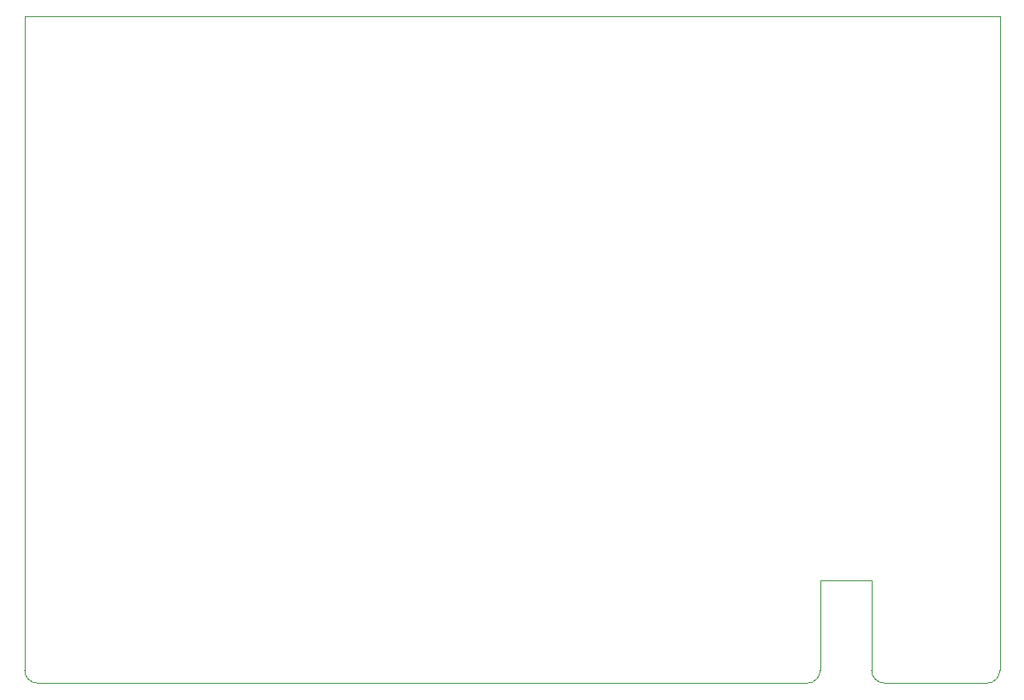
<source format=gbr>
G04 #@! TF.GenerationSoftware,KiCad,Pcbnew,(5.1.2)-1*
G04 #@! TF.CreationDate,2021-01-27T20:04:39+01:00*
G04 #@! TF.ProjectId,proto_simple,70726f74-6f5f-4736-996d-706c652e6b69,rev?*
G04 #@! TF.SameCoordinates,Original*
G04 #@! TF.FileFunction,Profile,NP*
%FSLAX46Y46*%
G04 Gerber Fmt 4.6, Leading zero omitted, Abs format (unit mm)*
G04 Created by KiCad (PCBNEW (5.1.2)-1) date 2021-01-27 20:04:39*
%MOMM*%
%LPD*%
G04 APERTURE LIST*
%ADD10C,0.050000*%
G04 APERTURE END LIST*
D10*
X96164400Y66065400D02*
X-355600Y66065400D01*
X96164400Y1295400D02*
X96164400Y66065400D01*
X84734400Y25400D02*
X94894400Y25400D01*
X83464400Y10185400D02*
X83464400Y1295400D01*
X78384400Y10185400D02*
X83464400Y10185400D01*
X78384400Y1295400D02*
X78384400Y10185400D01*
X96164400Y1295400D02*
G75*
G02X94894400Y25400I-1270000J0D01*
G01*
X84734400Y25400D02*
G75*
G02X83464400Y1295400I0J1270000D01*
G01*
X78384400Y1295400D02*
G75*
G02X77114400Y25400I-1270000J0D01*
G01*
X914400Y25400D02*
G75*
G02X-355600Y1295400I0J1270000D01*
G01*
X914400Y25400D02*
X77114400Y25400D01*
X-355600Y1295400D02*
X-355600Y66065400D01*
M02*

</source>
